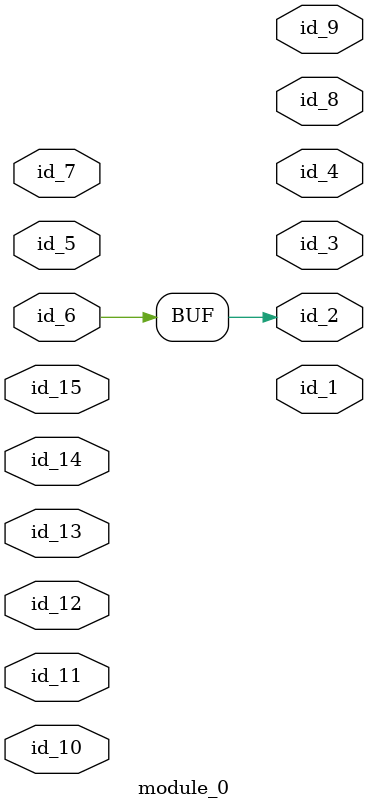
<source format=v>
module module_0 (
    id_1,
    id_2,
    id_3,
    id_4,
    id_5,
    id_6,
    id_7,
    id_8,
    id_9,
    id_10,
    id_11,
    id_12,
    id_13,
    id_14,
    id_15
);
  input id_15;
  inout id_14;
  inout id_13;
  inout id_12;
  input id_11;
  inout id_10;
  output id_9;
  output id_8;
  inout id_7;
  input id_6;
  input id_5;
  output id_4;
  output id_3;
  output id_2;
  output id_1;
  assign id_2 = id_6;
endmodule

</source>
